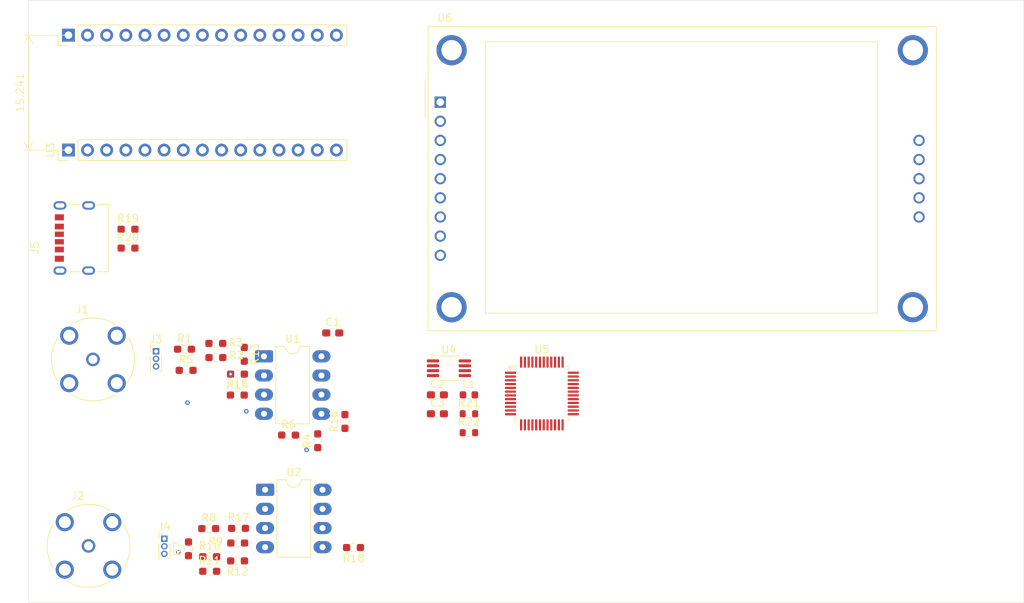
<source format=kicad_pcb>
(kicad_pcb (version 20241229) (generator "pcbnew") (generator_version "9.0")
  (layers (0 "F.Cu" signal) (2 "B.Cu" signal) (13 "F.Paste" user) (15 "B.Paste" user) (5 "F.SilkS" user "F.Silkscreen") (7 "B.SilkS" user "B.Silkscreen") (1 "F.Mask" user) (3 "B.Mask" user) (25 "Edge.Cuts" user))
  (net 0 "")
  (net 1 "3V3")
  (net 2 "/AnalogesFrontEnd/CoaxCH1")
  (net 3 "GND")
  (net 4 "/AnalogesFrontEnd/CoaxCH2")
  (net 5 "/AnalogesFrontEnd/Vin-1;1CH1")
  (net 6 "/AnalogesFrontEnd/Vin-10;10CH1")
  (net 7 "/AnalogesFrontEnd/Vin-36;36CH2")
  (net 8 "/AnalogesFrontEnd/Vin-10;10CH2")
  (net 9 "/powerSupplie/USB-cOut")
  (net 10 "Net-(R13-Pad1)")
  (net 11 "Net-(J5-CC1)")
  (net 12 "Net-(J5-CC2)")
  (net 13 "Net-(U1A-+)")
  (net 14 "Net-(U1B-+)")
  (net 15 "Net-(U2A-+)")
  (net 16 "/AnalogesFrontEnd/Vout-1;1CH1")
  (net 17 "Net-(U2B-+)")
  (net 18 "/AnalogesFrontEnd/Vout-10;10CH1")
  (net 19 "/AnalogesFrontEnd/Vout-36;36CH2")
  (net 20 "/AnalogesFrontEnd/Vout-10;10CH2")
  (net 21 "/AnalogesFrontEnd/ADC_CH1_1V")
  (net 22 "/AnalogesFrontEnd/ADC_CH1_10V")
  (net 23 "/AnalogesFrontEnd/ADC_CH2_10V")
  (net 24 "/AnalogesFrontEnd/ADC_CH2_36V")
  (net 25 "GNDD")
  (net 43 "Net-(U4-FB)")
  (net 44 "Net-(U4-SW)")
  (net 48 "Net-(U4-PG)")
  (net 52 "Net-(U5-AGND-Pad14)")
  (net 59 "Net-(U5-AVDD-Pad11)")
  (footprint "Display:CR2013-MI2120" (layer "F.Cu") (at 131.5125 35.06)
    (property "Reference" "U6" (at 0.59 -11.18 0) (layer "F.SilkS"))
    (property "Value" "CR2013-MI2120")
    (fp_line (start -2 -3) (end -2 2) (stroke (width 0.12)) (layer "F.SilkS"))
    (fp_line (start -1.62 -10.01) (end 65.82 -10.01) (stroke (width 0.12)) (layer "F.SilkS"))
    (fp_line (start -1.62 30.33) (end -1.62 -10.01) (stroke (width 0.12)) (layer "F.SilkS"))
    (fp_line (start 6 -8) (end 58 -8) (stroke (width 0.12)) (layer "F.SilkS"))
    (fp_line (start 6 28) (end 6 -8) (stroke (width 0.12)) (layer "F.SilkS"))
    (fp_line (start 58 -8) (end 58 28) (stroke (width 0.12)) (layer "F.SilkS"))
    (fp_line (start 58 28) (end 6 28) (stroke (width 0.12)) (layer "F.SilkS"))
    (fp_line (start 65.82 -10.01) (end 65.82 30.33) (stroke (width 0.12)) (layer "F.SilkS"))
    (fp_line (start 65.82 30.33) (end -1.62 30.33) (stroke (width 0.12)) (layer "F.SilkS"))
    (pad "" thru_hole circle (at 1.5 -6.89) (size 4 4) (drill 2.7) (layers "*.Cu" "*.Mask"))
    (pad "" thru_hole circle (at 1.5 27.21) (size 4 4) (drill 2.7) (layers "*.Cu" "*.Mask"))
    (pad "" thru_hole circle (at 62.7 -6.89) (size 4 4) (drill 2.7) (layers "*.Cu" "*.Mask"))
    (pad "" thru_hole circle (at 62.7 27.21) (size 4 4) (drill 2.7) (layers "*.Cu" "*.Mask"))
    (pad "1" thru_hole rect (at 0 0) (size 1.5 1.5) (drill 1) (layers "*.Cu" "*.Mask"))
    (pad "2" thru_hole circle (at 0 2.54) (size 1.5 1.5) (drill 1) (layers "*.Cu" "*.Mask"))
    (pad "3" thru_hole circle (at 0 5.08) (size 1.5 1.5) (drill 1) (layers "*.Cu" "*.Mask"))
    (pad "4" thru_hole circle (at 0 7.62) (size 1.5 1.5) (drill 1) (layers "*.Cu" "*.Mask"))
    (pad "5" thru_hole circle (at 0 10.16) (size 1.5 1.5) (drill 1) (layers "*.Cu" "*.Mask"))
    (pad "6" thru_hole circle (at 0 12.7) (size 1.5 1.5) (drill 1) (layers "*.Cu" "*.Mask"))
    (pad "7" thru_hole circle (at 0 15.24) (size 1.5 1.5) (drill 1) (layers "*.Cu" "*.Mask"))
    (pad "8" thru_hole circle (at 0 17.78) (size 1.5 1.5) (drill 1) (layers "*.Cu" "*.Mask"))
    (pad "9" thru_hole circle (at 0 20.32) (size 1.5 1.5) (drill 1) (layers "*.Cu" "*.Mask"))
    (pad "10" thru_hole circle (at 63.52 5.08) (size 1.5 1.5) (drill 1) (layers "*.Cu" "*.Mask"))
    (pad "11" thru_hole circle (at 63.52 7.62) (size 1.5 1.5) (drill 1) (layers "*.Cu" "*.Mask"))
    (pad "12" thru_hole circle (at 63.52 10.16) (size 1.5 1.5) (drill 1) (layers "*.Cu" "*.Mask"))
    (pad "13" thru_hole circle (at 63.52 12.7) (size 1.5 1.5) (drill 1) (layers "*.Cu" "*.Mask"))
    (pad "14" thru_hole circle (at 63.52 15.24) (size 1.5 1.5) (drill 1) (layers "*.Cu" "*.Mask"))
  )
  (footprint "Resistor_SMD:R_0603_1608Metric_Pad0.98x0.95mm_HandSolder" (layer "F.Cu") (at 100.79 91.64)
    (property "Reference" "R8" (at 0 -1.43 0) (layer "F.SilkS"))
    (property "Value" "910k")
    (fp_line (start -0.254724 -0.5225) (end 0.254724 -0.5225) (stroke (width 0.12)) (layer "F.SilkS"))
    (fp_line (start -0.254724 0.5225) (end 0.254724 0.5225) (stroke (width 0.12)) (layer "F.SilkS"))
    (pad "1" smd roundrect (at -0.9125 0) (size 0.975 0.95) (layers "F.Cu" "F.Mask" "F.Paste") (net 7 "/AnalogesFrontEnd/Vin-36;36CH2"))
    (pad "2" smd roundrect (at 0.9125 0) (size 0.975 0.95) (layers "F.Cu" "F.Mask" "F.Paste") (net 19 "/AnalogesFrontEnd/Vout-36;36CH2"))
  )
  (footprint "Resistor_SMD:R_0603_1608Metric_Pad0.98x0.95mm_HandSolder" (layer "F.Cu") (at 111.38 79.24)
    (property "Reference" "R6" (at 0 -1.43 0) (layer "F.SilkS"))
    (property "Value" "370k")
    (fp_line (start -0.254724 -0.5225) (end 0.254724 -0.5225) (stroke (width 0.12)) (layer "F.SilkS"))
    (fp_line (start -0.254724 0.5225) (end 0.254724 0.5225) (stroke (width 0.12)) (layer "F.SilkS"))
    (pad "1" smd roundrect (at -0.9125 0) (size 0.975 0.95) (layers "F.Cu" "F.Mask" "F.Paste") (net 3 "GND"))
    (pad "2" smd roundrect (at 0.9125 0) (size 0.975 0.95) (layers "F.Cu" "F.Mask" "F.Paste") (net 18 "/AnalogesFrontEnd/Vout-10;10CH1"))
  )
  (footprint "L432KC:LINX_CONBNC001" (layer "F.Cu") (at 84.84 93.94)
    (property "Reference" "J2" (at -1.425 -6.635 0) (layer "F.SilkS"))
    (property "Value" "Conn_Coaxial")
    (fp_arc (start -5.5 0) (mid -5.295033 -1.503176) (end -4.68 -2.89) (stroke (width 0.127)) (layer "F.SilkS"))
    (fp_arc (start -4.68 2.89) (mid -5.291129 1.502068) (end -5.5 0) (stroke (width 0.127)) (layer "F.SilkS"))
    (fp_arc (start -2.89 -4.68) (mid -1.502068 -5.291129) (end 0 -5.5) (stroke (width 0.127)) (layer "F.SilkS"))
    (fp_arc (start 0 -5.5) (mid 1.503176 -5.295033) (end 2.89 -4.68) (stroke (width 0.127)) (layer "F.SilkS"))
    (fp_arc (start 0 5.5) (mid -1.503176 5.295033) (end -2.89 4.68) (stroke (width 0.127)) (layer "F.SilkS"))
    (fp_arc (start 2.89 4.68) (mid 1.502068 5.291129) (end 0 5.5) (stroke (width 0.127)) (layer "F.SilkS"))
    (fp_arc (start 4.68 -2.89) (mid 5.291129 -1.502068) (end 5.5 0) (stroke (width 0.127)) (layer "F.SilkS"))
    (fp_arc (start 5.5 0) (mid 5.295033 1.503176) (end 4.68 2.89) (stroke (width 0.127)) (layer "F.SilkS"))
    (pad "1" thru_hole circle (at 0 0) (size 1.8 1.8) (drill 1.2) (layers "*.Cu" "*.Mask") (net 4 "/AnalogesFrontEnd/CoaxCH2"))
    (pad "2" thru_hole circle (at -3.15 -3.15) (size 2.4 2.4) (drill 1.6) (layers "*.Cu" "*.Mask") (net 3 "GND"))
    (pad "2" thru_hole circle (at -3.15 3.15) (size 2.4 2.4) (drill 1.6) (layers "*.Cu" "*.Mask") (net 3 "GND"))
    (pad "2" thru_hole circle (at 3.15 -3.15) (size 2.4 2.4) (drill 1.6) (layers "*.Cu" "*.Mask") (net 3 "GND"))
    (pad "2" thru_hole circle (at 3.15 3.15) (size 2.4 2.4) (drill 1.6) (layers "*.Cu" "*.Mask") (net 3 "GND"))
  )
  (footprint "Capacitor_SMD:C_0603_1608Metric_Pad1.08x0.95mm_HandSolder" (layer "F.Cu") (at 131.1275 76.41)
    (property "Reference" "C3" (at 0 -1.43 0) (layer "F.SilkS"))
    (property "Value" "22u")
    (fp_line (start -0.146267 -0.51) (end 0.146267 -0.51) (stroke (width 0.12)) (layer "F.SilkS"))
    (fp_line (start -0.146267 0.51) (end 0.146267 0.51) (stroke (width 0.12)) (layer "F.SilkS"))
    (pad "1" smd roundrect (at -0.8625 0) (size 1.075 0.95) (layers "F.Cu" "F.Mask" "F.Paste") (net 1 "3V3"))
    (pad "2" smd roundrect (at 0.8625 0) (size 1.075 0.95) (layers "F.Cu" "F.Mask" "F.Paste") (net 43 "Net-(U4-FB)"))
  )
  (footprint "Capacitor_SMD:C_0603_1608Metric_Pad1.08x0.95mm_HandSolder" (layer "F.Cu") (at 131.1275 73.9)
    (property "Reference" "C2" (at 0 -1.43 0) (layer "F.SilkS"))
    (property "Value" "10u")
    (fp_line (start -0.146267 -0.51) (end 0.146267 -0.51) (stroke (width 0.12)) (layer "F.SilkS"))
    (fp_line (start -0.146267 0.51) (end 0.146267 0.51) (stroke (width 0.12)) (layer "F.SilkS"))
    (pad "1" smd roundrect (at -0.8625 0) (size 1.075 0.95) (layers "F.Cu" "F.Mask" "F.Paste") (net 9 "/powerSupplie/USB-cOut"))
    (pad "2" smd roundrect (at 0.8625 0) (size 1.075 0.95) (layers "F.Cu" "F.Mask" "F.Paste") (net 3 "GND"))
  )
  (footprint "Resistor_SMD:R_0603_1608Metric_Pad0.98x0.95mm_HandSolder" (layer "F.Cu") (at 120 94.16 180)
    (property "Reference" "R18" (at 0 -1.43 0) (layer "F.SilkS"))
    (property "Value" "100")
    (fp_line (start -0.254724 0.5225) (end 0.254724 0.5225) (stroke (width 0.12)) (layer "F.SilkS"))
    (fp_line (start -0.254724 -0.5225) (end 0.254724 -0.5225) (stroke (width 0.12)) (layer "F.SilkS"))
    (pad "1" smd roundrect (at -0.9125 0 180) (size 0.975 0.95) (layers "F.Cu" "F.Mask" "F.Paste") (net 20 "/AnalogesFrontEnd/Vout-10;10CH2"))
    (pad "2" smd roundrect (at 0.9125 0 180) (size 0.975 0.95) (layers "F.Cu" "F.Mask" "F.Paste") (net 17 "Net-(U2B-+)"))
  )
  (footprint "Connector_PinHeader_1.00mm:PinHeader_1x03_P1.00mm_Vertical" (layer "F.Cu") (at 93.795 68.125)
    (property "Reference" "J3" (at 0 -1.61 0) (layer "F.SilkS"))
    (property "Value" "Conn_01x03_Pin")
    (fp_line (start -0.745 -0.735) (end 0 -0.735) (stroke (width 0.12)) (layer "F.SilkS"))
    (fp_line (start -0.745 0) (end -0.745 -0.735) (stroke (width 0.12)) (layer "F.SilkS"))
    (fp_line (start -0.745 0.735) (end -0.745 2.61) (stroke (width 0.12)) (layer "F.SilkS"))
    (fp_line (start -0.745 0.735) (end -0.685565 0.735) (stroke (width 0.12)) (layer "F.SilkS"))
    (fp_line (start -0.745 2.61) (end -0.41003 2.61) (stroke (width 0.12)) (layer "F.SilkS"))
    (fp_line (start 0.41003 2.61) (end 0.745 2.61) (stroke (width 0.12)) (layer "F.SilkS"))
    (fp_line (start 0.685565 0.735) (end 0.745 0.735) (stroke (width 0.12)) (layer "F.SilkS"))
    (fp_line (start 0.745 0.735) (end 0.745 2.61) (stroke (width 0.12)) (layer "F.SilkS"))
    (pad "1" thru_hole rect (at 0 0) (size 0.85 0.85) (drill 0.5) (layers "*.Cu" "*.Mask") (net 5 "/AnalogesFrontEnd/Vin-1;1CH1"))
    (pad "2" thru_hole circle (at 0 1) (size 0.85 0.85) (drill 0.5) (layers "*.Cu" "*.Mask") (net 2 "/AnalogesFrontEnd/CoaxCH1"))
    (pad "3" thru_hole circle (at 0 2) (size 0.85 0.85) (drill 0.5) (layers "*.Cu" "*.Mask") (net 6 "/AnalogesFrontEnd/Vin-10;10CH1"))
  )
  (footprint "Resistor_SMD:R_0603_1608Metric" (layer "F.Cu") (at 135.3075 78.92)
    (property "Reference" "R22" (at 0 -1.43 0) (layer "F.SilkS"))
    (property "Value" "100k")
    (fp_line (start -0.237258 -0.5225) (end 0.237258 -0.5225) (stroke (width 0.12)) (layer "F.SilkS"))
    (fp_line (start -0.237258 0.5225) (end 0.237258 0.5225) (stroke (width 0.12)) (layer "F.SilkS"))
    (pad "1" smd roundrect (at -0.825 0) (size 0.8 0.95) (layers "F.Cu" "F.Mask" "F.Paste") (net 43 "Net-(U4-FB)"))
    (pad "2" smd roundrect (at 0.825 0) (size 0.8 0.95) (layers "F.Cu" "F.Mask" "F.Paste") (net 3 "GND"))
  )
  (footprint "Inductor_SMD:L_0603_1608Metric" (layer "F.Cu") (at 135.3075 73.9)
    (property "Reference" "L1" (at 0 -1.43 0) (layer "F.SilkS"))
    (property "Value" "2.2u")
    (fp_line (start -0.162779 -0.51) (end 0.162779 -0.51) (stroke (width 0.12)) (layer "F.SilkS"))
    (fp_line (start -0.162779 0.51) (end 0.162779 0.51) (stroke (width 0.12)) (layer "F.SilkS"))
    (pad "1" smd roundrect (at -0.7875 0) (size 0.875 0.95) (layers "F.Cu" "F.Mask" "F.Paste") (net 44 "Net-(U4-SW)"))
    (pad "2" smd roundrect (at 0.7875 0) (size 0.875 0.95) (layers "F.Cu" "F.Mask" "F.Paste") (net 1 "3V3"))
  )
  (footprint "Resistor_SMD:R_0603_1608Metric_Pad0.98x0.95mm_HandSolder" (layer "F.Cu") (at 97.57 67.84)
    (property "Reference" "R1" (at 0 -1.43 0) (layer "F.SilkS"))
    (property "Value" "220k")
    (fp_line (start -0.254724 -0.5225) (end 0.254724 -0.5225) (stroke (width 0.12)) (layer "F.SilkS"))
    (fp_line (start -0.254724 0.5225) (end 0.254724 0.5225) (stroke (width 0.12)) (layer "F.SilkS"))
    (pad "1" smd roundrect (at -0.9125 0) (size 0.975 0.95) (layers "F.Cu" "F.Mask" "F.Paste") (net 6 "/AnalogesFrontEnd/Vin-10;10CH1"))
    (pad "2" smd roundrect (at 0.9125 0) (size 0.975 0.95) (layers "F.Cu" "F.Mask" "F.Paste") (net 16 "/AnalogesFrontEnd/Vout-1;1CH1"))
  )
  (footprint "Resistor_SMD:R_0603_1608Metric_Pad0.98x0.95mm_HandSolder" (layer "F.Cu") (at 104.74 91.61)
    (property "Reference" "R17" (at 0 -1.43 0) (layer "F.SilkS"))
    (property "Value" "100")
    (fp_line (start -0.254724 -0.5225) (end 0.254724 -0.5225) (stroke (width 0.12)) (layer "F.SilkS"))
    (fp_line (start -0.254724 0.5225) (end 0.254724 0.5225) (stroke (width 0.12)) (layer "F.SilkS"))
    (pad "1" smd roundrect (at -0.9125 0) (size 0.975 0.95) (layers "F.Cu" "F.Mask" "F.Paste") (net 19 "/AnalogesFrontEnd/Vout-36;36CH2"))
    (pad "2" smd roundrect (at 0.9125 0) (size 0.975 0.95) (layers "F.Cu" "F.Mask" "F.Paste") (net 15 "Net-(U2A-+)"))
  )
  (footprint "Resistor_SMD:R_0603_1608Metric_Pad0.98x0.95mm_HandSolder" (layer "F.Cu") (at 90.0805 54.4305)
    (property "Reference" "R20" (at 0 -1.43 0) (layer "F.SilkS"))
    (property "Value" "5k2")
    (fp_line (start -0.254724 -0.5225) (end 0.254724 -0.5225) (stroke (width 0.12)) (layer "F.SilkS"))
    (fp_line (start -0.254724 0.5225) (end 0.254724 0.5225) (stroke (width 0.12)) (layer "F.SilkS"))
    (pad "1" smd roundrect (at -0.9125 0) (size 0.975 0.95) (layers "F.Cu" "F.Mask" "F.Paste") (net 12 "Net-(J5-CC2)"))
    (pad "2" smd roundrect (at 0.9125 0) (size 0.975 0.95) (layers "F.Cu" "F.Mask" "F.Paste") (net 3 "GND"))
  )
  (footprint "Package_SO:MSOP-8_3x3mm_P0.65mm" (layer "F.Cu") (at 132.6575 70.37)
    (property "Reference" "U4" (at 0 -2.45 0) (layer "F.SilkS"))
    (property "Value" "TPS62160DGK")
    (fp_line (start 0 -1.61) (end -1.5 -1.61) (stroke (width 0.12)) (layer "F.SilkS"))
    (fp_line (start 0 -1.61) (end 1.5 -1.61) (stroke (width 0.12)) (layer "F.SilkS"))
    (fp_line (start 0 1.61) (end -1.5 1.61) (stroke (width 0.12)) (layer "F.SilkS"))
    (fp_line (start 0 1.61) (end 1.5 1.61) (stroke (width 0.12)) (layer "F.SilkS"))
    (fp_poly (pts (xy -2.2125 -1.435) (xy -2.4525 -1.765) (xy -1.9725 -1.765)) (stroke (width 0.12)) (fill yes) (layer "F.SilkS"))
    (pad "1" smd roundrect (at -2.1125 -0.975) (size 1.625 0.4) (layers "F.Cu" "F.Mask" "F.Paste") (net 3 "GND"))
    (pad "2" smd roundrect (at -2.1125 -0.325) (size 1.625 0.4) (layers "F.Cu" "F.Mask" "F.Paste") (net 9 "/powerSupplie/USB-cOut"))
    (pad "3" smd roundrect (at -2.1125 0.325) (size 1.625 0.4) (layers "F.Cu" "F.Mask" "F.Paste") (net 9 "/powerSupplie/USB-cOut"))
    (pad "4" smd roundrect (at -2.1125 0.975) (size 1.625 0.4) (layers "F.Cu" "F.Mask" "F.Paste") (net 3 "GND"))
    (pad "5" smd roundrect (at 2.1125 0.975) (size 1.625 0.4) (layers "F.Cu" "F.Mask" "F.Paste") (net 43 "Net-(U4-FB)"))
    (pad "6" smd roundrect (at 2.1125 0.325) (size 1.625 0.4) (layers "F.Cu" "F.Mask" "F.Paste") (net 1 "3V3"))
    (pad "7" smd roundrect (at 2.1125 -0.325) (size 1.625 0.4) (layers "F.Cu" "F.Mask" "F.Paste") (net 44 "Net-(U4-SW)"))
    (pad "8" smd roundrect (at 2.1125 -0.975) (size 1.625 0.4) (layers "F.Cu" "F.Mask" "F.Paste") (net 48 "Net-(U4-PG)"))
  )
  (footprint "Capacitor_SMD:C_0603_1608Metric_Pad1.08x0.95mm_HandSolder" (layer "F.Cu") (at 117.24 65.68)
    (property "Reference" "C1" (at 0 -1.43 0) (layer "F.SilkS"))
    (property "Value" "12pF")
    (fp_line (start -0.146267 -0.51) (end 0.146267 -0.51) (stroke (width 0.12)) (layer "F.SilkS"))
    (fp_line (start -0.146267 0.51) (end 0.146267 0.51) (stroke (width 0.12)) (layer "F.SilkS"))
    (pad "1" smd roundrect (at -0.8625 0) (size 1.075 0.95) (layers "F.Cu" "F.Mask" "F.Paste") (net 1 "3V3"))
    (pad "2" smd roundrect (at 0.8625 0) (size 1.075 0.95) (layers "F.Cu" "F.Mask" "F.Paste") (net 3 "GND"))
  )
  (footprint "Resistor_SMD:R_0603_1608Metric_Pad0.98x0.95mm_HandSolder" (layer "F.Cu") (at 104.63 93.56 180)
    (property "Reference" "R9" (at 2.93 0.2 0) (layer "F.SilkS"))
    (property "Value" "91k")
    (fp_line (start -0.254724 0.5225) (end 0.254724 0.5225) (stroke (width 0.12)) (layer "F.SilkS"))
    (fp_line (start -0.254724 -0.5225) (end 0.254724 -0.5225) (stroke (width 0.12)) (layer "F.SilkS"))
    (pad "1" smd roundrect (at -0.9125 0 180) (size 0.975 0.95) (layers "F.Cu" "F.Mask" "F.Paste") (net 3 "GND"))
    (pad "2" smd roundrect (at 0.9125 0 180) (size 0.975 0.95) (layers "F.Cu" "F.Mask" "F.Paste") (net 19 "/AnalogesFrontEnd/Vout-36;36CH2"))
  )
  (footprint "L432KC:SAMESKY_UJC-H-G-SMT-2-P6-TR" (layer "F.Cu") (at 84.8505 53.0905 90)
    (property "Reference" "J5" (at -1.325 -7.135 90) (layer "F.SilkS"))
    (property "Value" "USB_C_Receptacle_PowerOnly_6P")
    (fp_line (start 4.47 -2.63) (end 4.47 -1.17) (stroke (width 0.127)) (layer "F.SilkS"))
    (fp_line (start -4.47 -2.63) (end -4.47 -1.17) (stroke (width 0.127)) (layer "F.SilkS"))
    (fp_line (start -4.47 1.17) (end -4.47 2.6) (stroke (width 0.127)) (layer "F.SilkS"))
    (fp_line (start 4.47 2.6) (end 4.47 1.17) (stroke (width 0.127)) (layer "F.SilkS"))
    (fp_line (start -4.47 2.6) (end 4.47 2.6) (stroke (width 0.127)) (layer "F.SilkS"))
    (pad "A5" smd rect (at -0.5 -3.88 90) (size 0.7 1.2) (layers "F.Cu" "F.Mask" "F.Paste") (net 11 "Net-(J5-CC1)"))
    (pad "A9" smd rect (at 1.52 -3.88 90) (size 0.76 1.2) (layers "F.Cu" "F.Mask" "F.Paste") (net 9 "/powerSupplie/USB-cOut"))
    (pad "A12" smd rect (at 2.75 -3.88 90) (size 0.8 1.2) (layers "F.Cu" "F.Mask" "F.Paste") (net 3 "GND"))
    (pad "B5" smd rect (at 0.5 -3.88 90) (size 0.7 1.2) (layers "F.Cu" "F.Mask" "F.Paste") (net 12 "Net-(J5-CC2)"))
    (pad "B9" smd rect (at -1.52 -3.88 90) (size 0.76 1.2) (layers "F.Cu" "F.Mask" "F.Paste") (net 9 "/powerSupplie/USB-cOut"))
    (pad "B12" smd rect (at -2.75 -3.88 90) (size 0.8 1.2) (layers "F.Cu" "F.Mask" "F.Paste") (net 3 "GND"))
    (pad "S1" thru_hole oval (at -4.32 -3.8 90) (size 1.1 1.7) (drill oval 0.6 1.2) (layers "*.Cu" "*.Mask") (net 3 "GND"))
    (pad "S1" thru_hole oval (at -4.32 0 90) (size 1.1 1.7) (drill oval 0.6 1.2) (layers "*.Cu" "*.Mask") (net 3 "GND"))
    (pad "S1" thru_hole oval (at 4.32 -3.8 90) (size 1.1 1.7) (drill oval 0.6 1.2) (layers "*.Cu" "*.Mask") (net 3 "GND"))
    (pad "S1" thru_hole oval (at 4.32 0 90) (size 1.1 1.7) (drill oval 0.6 1.2) (layers "*.Cu" "*.Mask") (net 3 "GND"))
  )
  (footprint "Package_DIP:DIP-8_W7.62mm_LongPads" (layer "F.Cu") (at 108.27 86.49)
    (property "Reference" "U2" (at 3.81 -2.33 0) (layer "F.SilkS"))
    (property "Value" "MCP6002-xP")
    (fp_line (start 1.56 -1.33) (end 1.56 8.95) (stroke (width 0.12)) (layer "F.SilkS"))
    (fp_line (start 1.56 8.95) (end 6.06 8.95) (stroke (width 0.12)) (layer "F.SilkS"))
    (fp_line (start 2.81 -1.33) (end 1.56 -1.33) (stroke (width 0.12)) (layer "F.SilkS"))
    (fp_line (start 6.06 -1.33) (end 4.81 -1.33) (stroke (width 0.12)) (layer "F.SilkS"))
    (fp_line (start 6.06 8.95) (end 6.06 -1.33) (stroke (width 0.12)) (layer "F.SilkS"))
    (fp_arc (start 4.81 -1.33) (mid 3.81 -0.33) (end 2.81 -1.33) (stroke (width 0.12)) (layer "F.SilkS"))
    (pad "1" thru_hole roundrect (at 0 0) (size 2.4 1.6) (drill 0.8) (layers "*.Cu" "*.Mask") (roundrect_rratio 0.15625) (net 24 "/AnalogesFrontEnd/ADC_CH2_36V"))
    (pad "2" thru_hole oval (at 0 2.54) (size 2.4 1.6) (drill 0.8) (layers "*.Cu" "*.Mask") (net 24 "/AnalogesFrontEnd/ADC_CH2_36V"))
    (pad "3" thru_hole oval (at 0 5.08) (size 2.4 1.6) (drill 0.8) (layers "*.Cu" "*.Mask") (net 15 "Net-(U2A-+)"))
    (pad "4" thru_hole oval (at 0 7.62) (size 2.4 1.6) (drill 0.8) (layers "*.Cu" "*.Mask") (net 3 "GND"))
    (pad "5" thru_hole oval (at 7.62 7.62) (size 2.4 1.6) (drill 0.8) (layers "*.Cu" "*.Mask") (net 17 "Net-(U2B-+)"))
    (pad "6" thru_hole oval (at 7.62 5.08) (size 2.4 1.6) (drill 0.8) (layers "*.Cu" "*.Mask") (net 23 "/AnalogesFrontEnd/ADC_CH2_10V"))
    (pad "7" thru_hole oval (at 7.62 2.54) (size 2.4 1.6) (drill 0.8) (layers "*.Cu" "*.Mask") (net 23 "/AnalogesFrontEnd/ADC_CH2_10V"))
    (pad "8" thru_hole oval (at 7.62 0) (size 2.4 1.6) (drill 0.8) (layers "*.Cu" "*.Mask") (net 1 "3V3"))
  )
  (footprint "Resistor_SMD:R_0603_1608Metric_Pad0.98x0.95mm_HandSolder" (layer "F.Cu") (at 100.9125 97.31)
    (property "Reference" "R11" (at 0 -1.43 0) (layer "F.SilkS"))
    (property "Value" "750k")
    (fp_line (start -0.254724 -0.5225) (end 0.254724 -0.5225) (stroke (width 0.12)) (layer "F.SilkS"))
    (fp_line (start -0.254724 0.5225) (end 0.254724 0.5225) (stroke (width 0.12)) (layer "F.SilkS"))
    (pad "1" smd roundrect (at -0.9125 0) (size 0.975 0.95) (layers "F.Cu" "F.Mask" "F.Paste") (net 8 "/AnalogesFrontEnd/Vin-10;10CH2"))
    (pad "2" smd roundrect (at 0.9125 0) (size 0.975 0.95) (layers "F.Cu" "F.Mask" "F.Paste") (net 20 "/AnalogesFrontEnd/Vout-10;10CH2"))
  )
  (footprint "Resistor_SMD:R_0603_1608Metric_Pad0.98x0.95mm_HandSolder" (layer "F.Cu") (at 105.51 68.52 -90)
    (property "Reference" "R13" (at 0 -1.43 90) (layer "F.SilkS"))
    (property "Value" "200k")
    (fp_line (start -0.254724 0.5225) (end 0.254724 0.5225) (stroke (width 0.12)) (layer "F.SilkS"))
    (fp_line (start -0.254724 -0.5225) (end 0.254724 -0.5225) (stroke (width 0.12)) (layer "F.SilkS"))
    (pad "1" smd roundrect (at -0.9125 0 270) (size 0.975 0.95) (layers "F.Cu" "F.Mask" "F.Paste") (net 10 "Net-(R13-Pad1)"))
    (pad "2" smd roundrect (at 0.9125 0 270) (size 0.975 0.95) (layers "F.Cu" "F.Mask" "F.Paste") (net 21 "/AnalogesFrontEnd/ADC_CH1_1V"))
  )
  (footprint "Resistor_SMD:R_0603_1608Metric_Pad0.98x0.95mm_HandSolder" (layer "F.Cu") (at 104.6 71.15 180)
    (property "Reference" "R14" (at 0 -1.43 0) (layer "F.SilkS"))
    (property "Value" "100k")
    (fp_line (start -0.254724 0.5225) (end 0.254724 0.5225) (stroke (width 0.12)) (layer "F.SilkS"))
    (fp_line (start -0.254724 -0.5225) (end 0.254724 -0.5225) (stroke (width 0.12)) (layer "F.SilkS"))
    (pad "1" smd roundrect (at -0.9125 0 180) (size 0.975 0.95) (layers "F.Cu" "F.Mask" "F.Paste") (net 21 "/AnalogesFrontEnd/ADC_CH1_1V"))
    (pad "2" smd roundrect (at 0.9125 0 180) (size 0.975 0.95) (layers "F.Cu" "F.Mask" "F.Paste") (net 3 "GND"))
  )
  (footprint "Resistor_SMD:R_0603_1608Metric_Pad0.98x0.95mm_HandSolder" (layer "F.Cu") (at 97.79 70.65)
    (property "Reference" "R5" (at 0 -1.43 0) (layer "F.SilkS"))
    (property "Value" "750k")
    (fp_line (start -0.254724 -0.5225) (end 0.254724 -0.5225) (stroke (width 0.12)) (layer "F.SilkS"))
    (fp_line (start -0.254724 0.5225) (end 0.254724 0.5225) (stroke (width 0.12)) (layer "F.SilkS"))
    (pad "1" smd roundrect (at -0.9125 0) (size 0.975 0.95) (layers "F.Cu" "F.Mask" "F.Paste") (net 6 "/AnalogesFrontEnd/Vin-10;10CH1"))
    (pad "2" smd roundrect (at 0.9125 0) (size 0.975 0.95) (layers "F.Cu" "F.Mask" "F.Paste") (net 18 "/AnalogesFrontEnd/Vout-10;10CH1"))
  )
  (footprint "Connector_PinHeader_1.00mm:PinHeader_1x03_P1.00mm_Vertical" (layer "F.Cu") (at 94.9 92.99)
    (property "Reference" "J4" (at 0 -1.61 0) (layer "F.SilkS"))
    (property "Value" "Conn_01x03_Pin")
    (fp_line (start -0.745 -0.735) (end 0 -0.735) (stroke (width 0.12)) (layer "F.SilkS"))
    (fp_line (start -0.745 0) (end -0.745 -0.735) (stroke (width 0.12)) (layer "F.SilkS"))
    (fp_line (start -0.745 0.735) (end -0.745 2.61) (stroke (width 0.12)) (layer "F.SilkS"))
    (fp_line (start -0.745 0.735) (end -0.685565 0.735) (stroke (width 0.12)) (layer "F.SilkS"))
    (fp_line (start -0.745 2.61) (end -0.41003 2.61) (stroke (width 0.12)) (layer "F.SilkS"))
    (fp_line (start 0.41003 2.61) (end 0.745 2.61) (stroke (width 0.12)) (layer "F.SilkS"))
    (fp_line (start 0.685565 0.735) (end 0.745 0.735) (stroke (width 0.12)) (layer "F.SilkS"))
    (fp_line (start 0.745 0.735) (end 0.745 2.61) (stroke (width 0.12)) (layer "F.SilkS"))
    (pad "1" thru_hole rect (at 0 0) (size 0.85 0.85) (drill 0.5) (layers "*.Cu" "*.Mask") (net 7 "/AnalogesFrontEnd/Vin-36;36CH2"))
    (pad "2" thru_hole circle (at 0 1) (size 0.85 0.85) (drill 0.5) (layers "*.Cu" "*.Mask") (net 4 "/AnalogesFrontEnd/CoaxCH2"))
    (pad "3" thru_hole circle (at 0 2) (size 0.85 0.85) (drill 0.5) (layers "*.Cu" "*.Mask") (net 8 "/AnalogesFrontEnd/Vin-10;10CH2"))
  )
  (footprint "Resistor_SMD:R_0603_1608Metric" (layer "F.Cu") (at 135.3075 76.41)
    (property "Reference" "R21" (at 0 -1.43 0) (layer "F.SilkS"))
    (property "Value" "330k")
    (fp_line (start -0.237258 -0.5225) (end 0.237258 -0.5225) (stroke (width 0.12)) (layer "F.SilkS"))
    (fp_line (start -0.237258 0.5225) (end 0.237258 0.5225) (stroke (width 0.12)) (layer "F.SilkS"))
    (pad "1" smd roundrect (at -0.825 0) (size 0.8 0.95) (layers "F.Cu" "F.Mask" "F.Paste") (net 1 "3V3"))
    (pad "2" smd roundrect (at 0.825 0) (size 0.8 0.95) (layers "F.Cu" "F.Mask" "F.Paste") (net 48 "Net-(U4-PG)"))
  )
  (footprint "Resistor_SMD:R_0603_1608Metric_Pad0.98x0.95mm_HandSolder" (layer "F.Cu") (at 101.73 67.07 180)
    (property "Reference" "R3" (at -2.67 0.08 0) (layer "F.SilkS"))
    (property "Value" "750k")
    (fp_line (start -0.254724 0.5225) (end 0.254724 0.5225) (stroke (width 0.12)) (layer "F.SilkS"))
    (fp_line (start -0.254724 -0.5225) (end 0.254724 -0.5225) (stroke (width 0.12)) (layer "F.SilkS"))
    (pad "1" smd roundrect (at -0.9125 0 180) (size 0.975 0.95) (layers "F.Cu" "F.Mask" "F.Paste") (net 1 "3V3"))
    (pad "2" smd roundrect (at 0.9125 0 180) (size 0.975 0.95) (layers "F.Cu" "F.Mask" "F.Paste") (net 16 "/AnalogesFrontEnd/Vout-1;1CH1"))
  )
  (footprint "Resistor_SMD:R_0603_1608Metric_Pad0.98x0.95mm_HandSolder" (layer "F.Cu") (at 118.86 77.43 90)
    (property "Reference" "R16" (at 0 -1.43 90) (layer "F.SilkS"))
    (property "Value" "100")
    (fp_line (start -0.254724 -0.5225) (end 0.254724 -0.5225) (stroke (width 0.12)) (layer "F.SilkS"))
    (fp_line (start -0.254724 0.5225) (end 0.254724 0.5225) (stroke (width 0.12)) (layer "F.SilkS"))
    (pad "1" smd roundrect (at -0.9125 0 90) (size 0.975 0.95) (layers "F.Cu" "F.Mask" "F.Paste") (net 18 "/AnalogesFrontEnd/Vout-10;10CH1"))
    (pad "2" smd roundrect (at 0.9125 0 90) (size 0.975 0.95) (layers "F.Cu" "F.Mask" "F.Paste") (net 14 "Net-(U1B-+)"))
  )
  (footprint "Resistor_SMD:R_0603_1608Metric_Pad0.98x0.95mm_HandSolder" (layer "F.Cu") (at 98.1 94.33 90)
    (property "Reference" "R7" (at 0 -1.43 90) (layer "F.SilkS"))
    (property "Value" "82k")
    (fp_line (start -0.254724 -0.5225) (end 0.254724 -0.5225) (stroke (width 0.12)) (layer "F.SilkS"))
    (fp_line (start -0.254724 0.5225) (end 0.254724 0.5225) (stroke (width 0.12)) (layer "F.SilkS"))
    (pad "1" smd roundrect (at -0.9125 0 90) (size 0.975 0.95) (layers "F.Cu" "F.Mask" "F.Paste") (net 1 "3V3"))
    (pad "2" smd roundrect (at 0.9125 0 90) (size 0.975 0.95) (layers "F.Cu" "F.Mask" "F.Paste") (net 19 "/AnalogesFrontEnd/Vout-36;36CH2"))
  )
  (footprint "Resistor_SMD:R_0603_1608Metric_Pad0.98x0.95mm_HandSolder" (layer "F.Cu") (at 104.5825 73.93)
    (property "Reference" "R15" (at 0 -1.43 0) (layer "F.SilkS"))
    (property "Value" "100")
    (fp_line (start -0.254724 -0.5225) (end 0.254724 -0.5225) (stroke (width 0.12)) (layer "F.SilkS"))
    (fp_line (start -0.254724 0.5225) (end 0.254724 0.5225) (stroke (width 0.12)) (layer "F.SilkS"))
    (pad "1" smd roundrect (at -0.9125 0) (size 0.975 0.95) (layers "F.Cu" "F.Mask" "F.Paste") (net 16 "/AnalogesFrontEnd/Vout-1;1CH1"))
    (pad "2" smd roundrect (at 0.9125 0) (size 0.975 0.95) (layers "F.Cu" "F.Mask" "F.Paste") (net 13 "Net-(U1A-+)"))
  )
  (footprint "My_Connectors:NUCLEO-L432KC_Module" (layer "F.Cu") (at 82.171 41.421 90)
    (property "Reference" "U3" (at 0 -2.38 90) (layer "F.SilkS"))
    (property "Value" "NUCLEO-L432KC")
    (fp_line (start 13.861 -1.381) (end 15.241 -1.381) (stroke (width 0.12)) (layer "F.SilkS"))
    (fp_line (start -1.38 -1.38) (end 0 -1.38) (stroke (width 0.12)) (layer "F.SilkS"))
    (fp_line (start 13.861 -0.001) (end 13.861 -1.381) (stroke (width 0.12)) (layer "F.SilkS"))
    (fp_line (start -1.38 0) (end -1.38 -1.38) (stroke (width 0.12)) (layer "F.SilkS"))
    (fp_line (start 16.621 1.269) (end 16.621 36.939) (stroke (width 0.12)) (layer "F.SilkS"))
    (fp_line (start 13.861 1.269) (end 16.621 1.269) (stroke (width 0.12)) (layer "F.SilkS"))
    (fp_line (start 13.861 1.269) (end 13.861 36.939) (stroke (width 0.12)) (layer "F.SilkS"))
    (fp_line (start 1.38 1.27) (end 1.38 36.94) (stroke (width 0.12)) (layer "F.SilkS"))
    (fp_line (start -1.38 1.27) (end 1.38 1.27) (stroke (width 0.12)) (layer "F.SilkS"))
    (fp_line (start -1.38 1.27) (end -1.38 36.94) (stroke (width 0.12)) (layer "F.SilkS"))
    (fp_line (start 13.861 36.939) (end 16.621 36.939) (stroke (width 0.12)) (layer "F.SilkS"))
    (fp_line (start -1.38 36.94) (end 1.38 36.94) (stroke (width 0.12)) (layer "F.SilkS"))
    (dimension (type orthogonal) (layer "F.SilkS") (pts (xy 82.171 41.421) (xy 82.17 26.18)) (height -5.308) (orientation 1) (format (prefix "") (suffix "") (units 3) (units_format 0) (precision 4) (suppress_zeroes yes)) (style (thickness 0.1) (arrow_length 1.27) (text_position_mode 0) (arrow_direction outward) (extension_height 0.58642) (extension_offset 0.5) (keep_text_aligned yes)) (gr_text "15,241" (at 75.763 33.8005 90) (layer "F.SilkS") (effects (font (size 1 1) (thickness 0.1)))))
    (pad "CN3_1" thru_hole rect (at 0 0 90) (size 1.7 1.7) (drill 1) (layers "*.Cu" "*.Mask" "Dwgs.User"))
    (pad "CN3_2" thru_hole circle (at 0 2.54 90) (size 1.7 1.7) (drill 1) (layers "*.Cu" "*.Mask"))
    (pad "CN3_3" thru_hole circle (at 0 5.08 90) (size 1.7 1.7) (drill 1) (layers "*.Cu" "*.Mask"))
    (pad "CN3_4" thru_hole circle (at 0 7.62 90) (size 1.7 1.7) (drill 1) (layers "*.Cu" "*.Mask") (net 25 "GNDD"))
    (pad "CN3_5" thru_hole circle (at 0 10.16 90) (size 1.7 1.7) (drill 1) (layers "*.Cu" "*.Mask"))
    (pad "CN3_6" thru_hole circle (at 0 12.7 90) (size 1.7 1.7) (drill 1) (layers "*.Cu" "*.Mask"))
    (pad "CN3_7" thru_hole circle (at 0 15.24 90) (size 1.7 1.7) (drill 1) (layers "*.Cu" "*.Mask"))
    (pad "CN3_8" thru_hole circle (at 0 17.78 90) (size 1.7 1.7) (drill 1) (layers "*.Cu" "*.Mask"))
    (pad "CN3_9" thru_hole circle (at 0 20.32 90) (size 1.7 1.7) (drill 1) (layers "*.Cu" "*.Mask"))
    (pad "CN3_10" thru_hole circle (at 0 22.86 90) (size 1.7 1.7) (drill 1) (layers "*.Cu" "*.Mask"))
    (pad "CN3_11" thru_hole circle (at 0 25.4 90) (size 1.7 1.7) (drill 1) (layers "*.Cu" "*.Mask"))
    (pad "CN3_12" thru_hole circle (at 0 27.94 90) (size 1.7 1.7) (drill 1) (layers "*.Cu" "*.Mask"))
    (pad "CN3_13" thru_hole circle (at 0 30.48 90) (size 1.7 1.7) (drill 1) (layers "*.Cu" "*.Mask"))
    (pad "CN3_14" thru_hole circle (at 0 33.02 90) (size 1.7 1.7) (drill 1) (layers "*.Cu" "*.Mask"))
    (pad "CN3_15" thru_hole circle (at 0 35.56 90) (size 1.7 1.7) (drill 1) (layers "*.Cu" "*.Mask"))
    (pad "CN4_1" thru_hole rect (at 15.241 -0.001 90) (size 1.7 1.7) (drill 1) (layers "*.Cu" "*.Mask"))
    (pad "CN4_2" thru_hole circle (at 15.241 2.539 90) (size 1.7 1.7) (drill 1) (layers "*.Cu" "*.Mask") (net 25 "GNDD"))
    (pad "CN4_3" thru_hole circle (at 15.241 5.079 90) (size 1.7 1.7) (drill 1) (layers "*.Cu" "*.Mask"))
    (pad "CN4_4" thru_hole circle (at 15.241 7.619 90) (size 1.7 1.7) (drill 1) (layers "*.Cu" "*.Mask"))
    (pad "CN4_5" thru_hole circle (at 15.241 10.159 90) (size 1.7 1.7) (drill 1) (layers "*.Cu" "*.Mask"))
    (pad "CN4_6" thru_hole circle (at 15.241 12.699 90) (size 1.7 1.7) (drill 1) (layers "*.Cu" "*.Mask"))
    (pad "CN4_7" thru_hole circle (at 15.241 15.239 90) (size 1.7 1.7) (drill 1) (layers "*.Cu" "*.Mask"))
    (pad "CN4_8" thru_hole circle (at 15.241 17.779 90) (size 1.7 1.7) (drill 1) (layers "*.Cu" "*.Mask"))
    (pad "CN4_9" thru_hole circle (at 15.241 20.319 90) (size 1.7 1.7) (drill 1) (layers "*.Cu" "*.Mask") (net 23 "/AnalogesFrontEnd/ADC_CH2_10V"))
    (pad "CN4_10" thru_hole circle (at 15.241 22.859 90) (size 1.7 1.7) (drill 1) (layers "*.Cu" "*.Mask") (net 24 "/AnalogesFrontEnd/ADC_CH2_36V"))
    (pad "CN4_11" thru_hole circle (at 15.241 25.399 90) (size 1.7 1.7) (drill 1) (layers "*.Cu" "*.Mask") (net 22 "/AnalogesFrontEnd/ADC_CH1_10V"))
    (pad "CN4_12" thru_hole circle (at 15.241 27.939 90) (size 1.7 1.7) (drill 1) (layers "*.Cu" "*.Mask") (net 21 "/AnalogesFrontEnd/ADC_CH1_1V"))
    (pad "CN4_13" thru_hole circle (at 15.241 30.479 90) (size 1.7 1.7) (drill 1) (layers "*.Cu" "*.Mask"))
    (pad "CN4_14" thru_hole circle (at 15.241 33.019 90) (size 1.7 1.7) (drill 1) (layers "*.Cu" "*.Mask") (net 1 "3V3"))
    (pad "CN4_15" thru_hole circle (at 15.241 35.559 90) (size 1.7 1.7) (drill 1) (layers "*.Cu" "*.Mask"))
  )
  (footprint "Package_DIP:DIP-8_W7.62mm_LongPads" (layer "F.Cu") (at 108.12 68.79)
    (property "Reference" "U1" (at 3.81 -2.33 0) (layer "F.SilkS"))
    (property "Value" "MCP6002-xP")
    (fp_line (start 1.56 -1.33) (end 1.56 8.95) (stroke (width 0.12)) (layer "F.SilkS"))
    (fp_line (start 1.56 8.95) (end 6.06 8.95) (stroke (width 0.12)) (layer "F.SilkS"))
    (fp_line (start 2.81 -1.33) (end 1.56 -1.33) (stroke (width 0.12)) (layer "F.SilkS"))
    (fp_line (start 6.06 -1.33) (end 4.81 -1.33) (stroke (width 0.12)) (layer "F.SilkS"))
    (fp_line (start 6.06 8.95) (end 6.06 -1.33) (stroke (width 0.12)) (layer "F.SilkS"))
    (fp_arc (start 4.81 -1.33) (mid 3.81 -0.33) (end 2.81 -1.33) (stroke (width 0.12)) (layer "F.SilkS"))
    (pad "1" thru_hole roundrect (at 0 0) (size 2.4 1.6) (drill 0.8) (layers "*.Cu" "*.Mask") (roundrect_rratio 0.15625) (net 10 "Net-(R13-Pad1)"))
    (pad "2" thru_hole oval (at 0 2.54) (size 2.4 1.6) (drill 0.8) (layers "*.Cu" "*.Mask") (net 21 "/AnalogesFrontEnd/ADC_CH1_1V"))
    (pad "3" thru_hole oval (at 0 5.08) (size 2.4 1.6) (drill 0.8) (layers "*.Cu" "*.Mask") (net 13 "Net-(U1A-+)"))
    (pad "4" thru_hole oval (at 0 7.62) (size 2.4 1.6) (drill 0.8) (layers "*.Cu" "*.Mask") (net 3 "GND"))
    (pad "5" thru_hole oval (at 7.62 7.62) (size 2.4 1.6) (drill 0.8) (layers "*.Cu" "*.Mask") (net 14 "Net-(U1B-+)"))
    (pad "6" thru_hole oval (at 7.62 5.08) (size 2.4 1.6) (drill 0.8) (layers "*.Cu" "*.Mask") (net 22 "/AnalogesFrontEnd/ADC_CH1_10V"))
    (pad "7" thru_hole oval (at 7.62 2.54) (size 2.4 1.6) (drill 0.8) (layers "*.Cu" "*.Mask") (net 22 "/AnalogesFrontEnd/ADC_CH1_10V"))
    (pad "8" thru_hole oval (at 7.62 0) (size 2.4 1.6) (drill 0.8) (layers "*.Cu" "*.Mask") (net 1 "3V3"))
  )
  (footprint "Package_QFP:LQFP-48_7x7mm_P0.5mm" (layer "F.Cu") (at 144.9875 73.72)
    (property "Reference" "U5" (at 0 -5.85 0) (layer "F.SilkS"))
    (property "Value" "W5500")
    (fp_line (start -3.61 -3.61) (end -3.61 -3.16) (stroke (width 0.12)) (layer "F.SilkS"))
    (fp_line (start -3.61 3.61) (end -3.61 3.16) (stroke (width 0.12)) (layer "F.SilkS"))
    (fp_line (start -3.16 -3.61) (end -3.61 -3.61) (stroke (width 0.12)) (layer "F.SilkS"))
    (fp_line (start -3.16 3.61) (end -3.61 3.61) (stroke (width 0.12)) (layer "F.SilkS"))
    (fp_line (start 3.16 -3.61) (end 3.61 -3.61) (stroke (width 0.12)) (layer "F.SilkS"))
    (fp_line (start 3.16 3.61) (end 3.61 3.61) (stroke (width 0.12)) (layer "F.SilkS"))
    (fp_line (start 3.61 -3.61) (end 3.61 -3.16) (stroke (width 0.12)) (layer "F.SilkS"))
    (fp_line (start 3.61 3.61) (end 3.61 3.16) (stroke (width 0.12)) (layer "F.SilkS"))
    (fp_poly (pts (xy -4.2 -3.16) (xy -4.54 -3.63) (xy -3.86 -3.63)) (stroke (width 0.12)) (fill yes) (layer "F.SilkS"))
    (pad "1" smd roundrect (at -4.1625 -2.75) (size 1.475 0.3) (layers "F.Cu" "F.Mask" "F.Paste"))
    (pad "2" smd roundrect (at -4.1625 -2.25) (size 1.475 0.3) (layers "F.Cu" "F.Mask" "F.Paste"))
    (pad "3" smd roundrect (at -4.1625 -1.75) (size 1.475 0.3) (layers "F.Cu" "F.Mask" "F.Paste") (net 52 "Net-(U5-AGND-Pad14)"))
    (pad "4" smd roundrect (at -4.1625 -1.25) (size 1.475 0.3) (layers "F.Cu" "F.Mask" "F.Paste") (net 59 "Net-(U5-AVDD-Pad11)"))
    (pad "5" smd roundrect (at -4.1625 -0.75) (size 1.475 0.3) (layers "F.Cu" "F.Mask" "F.Paste"))
    (pad "6" smd roundrect (at -4.1625 -0.25) (size 1.475 0.3) (layers "F.Cu" "F.Mask" "F.Paste"))
    (pad "7" smd roundrect (at -4.1625 0.25) (size 1.475 0.3) (layers "F.Cu" "F.Mask" "F.Paste"))
    (pad "8" smd roundrect (at -4.1625 0.75) (size 1.475 0.3) (layers "F.Cu" "F.Mask" "F.Paste") (net 59 "Net-(U5-AVDD-Pad11)"))
    (pad "9" smd roundrect (at -4.1625 1.25) (size 1.475 0.3) (layers "F.Cu" "F.Mask" "F.Paste") (net 52 "Net-(U5-AGND-Pad14)"))
    (pad "10" smd roundrect (at -4.1625 1.75) (size 1.475 0.3) (layers "F.Cu" "F.Mask" "F.Paste"))
    (pad "11" smd roundrect (at -4.1625 2.25) (size 1.475 0.3) (layers "F.Cu" "F.Mask" "F.Paste") (net 59 "Net-(U5-AVDD-Pad11)"))
    (pad "12" smd roundrect (at -4.1625 2.75) (size 1.475 0.3) (layers "F.Cu" "F.Mask" "F.Paste"))
    (pad "13" smd roundrect (at -2.75 4.1625) (size 0.3 1.475) (layers "F.Cu" "F.Mask" "F.Paste"))
    (pad "14" smd roundrect (at -2.25 4.1625) (size 0.3 1.475) (layers "F.Cu" "F.Mask" "F.Paste") (net 52 "Net-(U5-AGND-Pad14)"))
    (pad "15" smd roundrect (at -1.75 4.1625) (size 0.3 1.475) (layers "F.Cu" "F.Mask" "F.Paste") (net 59 "Net-(U5-AVDD-Pad11)"))
    (pad "16" smd roundrect (at -1.25 4.1625) (size 0.3 1.475) (layers "F.Cu" "F.Mask" "F.Paste") (net 52 "Net-(U5-AGND-Pad14)"))
    (pad "17" smd roundrect (at -0.75 4.1625) (size 0.3 1.475) (layers "F.Cu" "F.Mask" "F.Paste") (net 59 "Net-(U5-AVDD-Pad11)"))
    (pad "18" smd roundrect (at -0.25 4.1625) (size 0.3 1.475) (layers "F.Cu" "F.Mask" "F.Paste"))
    (pad "19" smd roundrect (at 0.25 4.1625) (size 0.3 1.475) (layers "F.Cu" "F.Mask" "F.Paste") (net 52 "Net-(U5-AGND-Pad14)"))
    (pad "20" smd roundrect (at 0.75 4.1625) (size 0.3 1.475) (layers "F.Cu" "F.Mask" "F.Paste"))
    (pad "21" smd roundrect (at 1.25 4.1625) (size 0.3 1.475) (layers "F.Cu" "F.Mask" "F.Paste") (net 59 "Net-(U5-AVDD-Pad11)"))
    (pad "22" smd roundrect (at 1.75 4.1625) (size 0.3 1.475) (layers "F.Cu" "F.Mask" "F.Paste"))
    (pad "23" smd roundrect (at 2.25 4.1625) (size 0.3 1.475) (layers "F.Cu" "F.Mask" "F.Paste"))
    (pad "24" smd roundrect (at 2.75 4.1625) (size 0.3 1.475) (layers "F.Cu" "F.Mask" "F.Paste"))
    (pad "25" smd roundrect (at 4.1625 2.75) (size 1.475 0.3) (layers "F.Cu" "F.Mask" "F.Paste"))
    (pad "26" smd roundrect (at 4.1625 2.25) (size 1.475 0.3) (layers "F.Cu" "F.Mask" "F.Paste"))
    (pad "27" smd roundrect (at 4.1625 1.75) (size 1.475 0.3) (layers "F.Cu" "F.Mask" "F.Paste"))
    (pad "28" smd roundrect (at 4.1625 1.25) (size 1.475 0.3) (layers "F.Cu" "F.Mask" "F.Paste"))
    (pad "29" smd roundrect (at 4.1625 0.75) (size 1.475 0.3) (layers "F.Cu" "F.Mask" "F.Paste"))
    (pad "30" smd roundrect (at 4.1625 0.25) (size 1.475 0.3) (layers "F.Cu" "F.Mask" "F.Paste"))
    (pad "31" smd roundrect (at 4.1625 -0.25) (size 1.475 0.3) (layers "F.Cu" "F.Mask" "F.Paste"))
    (pad "32" smd roundrect (at 4.1625 -0.75) (size 1.475 0.3) (layers "F.Cu" "F.Mask" "F.Paste"))
    (pad "33" smd roundrect (at 4.1625 -1.25) (size 1.475 0.3) (layers "F.Cu" "F.Mask" "F.Paste"))
    (pad "34" smd roundrect (at 4.1625 -1.75) (size 1.475 0.3) (layers "F.Cu" "F.Mask" "F.Paste"))
    (pad "35" smd roundrect (at 4.1625 -2.25) (size 1.475 0.3) (layers "F.Cu" "F.Mask" "F.Paste"))
    (pad "36" smd roundrect (at 4.1625 -2.75) (size 1.475 0.3) (layers "F.Cu" "F.Mask" "F.Paste"))
    (pad "37" smd roundrect (at 2.75 -4.1625) (size 0.3 1.475) (layers "F.Cu" "F.Mask" "F.Paste"))
    (pad "38" smd roundrect (at 2.25 -4.1625) (size 0.3 1.475) (layers "F.Cu" "F.Mask" "F.Paste"))
    (pad "39" smd roundrect (at 1.75 -4.1625) (size 0.3 1.475) (layers "F.Cu" "F.Mask" "F.Paste"))
    (pad "40" smd roundrect (at 1.25 -4.1625) (size 0.3 1.475) (layers "F.Cu" "F.Mask" "F.Paste"))
    (pad "41" smd roundrect (at 0.75 -4.1625) (size 0.3 1.475) (layers "F.Cu" "F.Mask" "F.Paste"))
    (pad "42" smd roundrect (at 0.25 -4.1625) (size 0.3 1.475) (layers "F.Cu" "F.Mask" "F.Paste"))
    (pad "43" smd roundrect (at -0.25 -4.1625) (size 0.3 1.475) (layers "F.Cu" "F.Mask" "F.Paste"))
    (pad "44" smd roundrect (at -0.75 -4.1625) (size 0.3 1.475) (layers "F.Cu" "F.Mask" "F.Paste"))
    (pad "45" smd roundrect (at -1.25 -4.1625) (size 0.3 1.475) (layers "F.Cu" "F.Mask" "F.Paste"))
    (pad "46" smd roundrect (at -1.75 -4.1625) (size 0.3 1.475) (layers "F.Cu" "F.Mask" "F.Paste"))
    (pad "47" smd roundrect (at -2.25 -4.1625) (size 0.3 1.475) (layers "F.Cu" "F.Mask" "F.Paste"))
    (pad "48" smd roundrect (at -2.75 -4.1625) (size 0.3 1.475) (layers "F.Cu" "F.Mask" "F.Paste") (net 52 "Net-(U5-AGND-Pad14)"))
  )
  (footprint "Resistor_SMD:R_0603_1608Metric_Pad0.98x0.95mm_HandSolder" (layer "F.Cu") (at 90.0805 51.9205)
    (property "Reference" "R19" (at 0 -1.43 0) (layer "F.SilkS"))
    (property "Value" "5k2")
    (fp_line (start -0.254724 -0.5225) (end 0.254724 -0.5225) (stroke (width 0.12)) (layer "F.SilkS"))
    (fp_line (start -0.254724 0.5225) (end 0.254724 0.5225) (stroke (width 0.12)) (layer "F.SilkS"))
    (pad "1" smd roundrect (at -0.9125 0) (size 0.975 0.95) (layers "F.Cu" "F.Mask" "F.Paste") (net 11 "Net-(J5-CC1)"))
    (pad "2" smd roundrect (at 0.9125 0) (size 0.975 0.95) (layers "F.Cu" "F.Mask" "F.Paste") (net 3 "GND"))
  )
  (footprint "Resistor_SMD:R_0603_1608Metric_Pad0.98x0.95mm_HandSolder" (layer "F.Cu") (at 115.25 79.99 90)
    (property "Reference" "R4" (at 0 -1.43 90) (layer "F.SilkS"))
    (property "Value" "240k")
    (fp_line (start -0.254724 -0.5225) (end 0.254724 -0.5225) (stroke (width 0.12)) (layer "F.SilkS"))
    (fp_line (start -0.254724 0.5225) (end 0.254724 0.5225) (stroke (width 0.12)) (layer "F.SilkS"))
    (pad "1" smd roundrect (at -0.9125 0 90) (size 0.975 0.95) (layers "F.Cu" "F.Mask" "F.Paste") (net 1 "3V3"))
    (pad "2" smd roundrect (at 0.9125 0 90) (size 0.975 0.95) (layers "F.Cu" "F.Mask" "F.Paste") (net 18 "/AnalogesFrontEnd/Vout-10;10CH1"))
  )
  (footprint "Resistor_SMD:R_0603_1608Metric_Pad0.98x0.95mm_HandSolder" (layer "F.Cu") (at 104.6125 95.93 180)
    (property "Reference" "R12" (at 0 -1.43 0) (layer "F.SilkS"))
    (property "Value" "370k")
    (fp_line (start -0.254724 0.5225) (end 0.254724 0.5225) (stroke (width 0.12)) (layer "F.SilkS"))
    (fp_line (start -0.254724 -0.5225) (end 0.254724 -0.5225) (stroke (width 0.12)) (layer "F.SilkS"))
    (pad "1" smd roundrect (at -0.9125 0 180) (size 0.975 0.95) (layers "F.Cu" "F.Mask" "F.Paste") (net 3 "GND"))
    (pad "2" smd roundrect (at 0.9125 0 180) (size 0.975 0.95) (layers "F.Cu" "F.Mask" "F.Paste") (net 20 "/AnalogesFrontEnd/Vout-10;10CH2"))
  )
  (footprint "Resistor_SMD:R_0603_1608Metric_Pad0.98x0.95mm_HandSolder" (layer "F.Cu") (at 100.9125 95.37)
    (property "Reference" "R10" (at 0 -1.43 0) (layer "F.SilkS"))
    (property "Value" "240k")
    (fp_line (start -0.254724 -0.5225) (end 0.254724 -0.5225) (stroke (width 0.12)) (layer "F.SilkS"))
    (fp_line (start -0.254724 0.5225) (end 0.254724 0.5225) (stroke (width 0.12)) (layer "F.SilkS"))
    (pad "1" smd roundrect (at -0.9125 0) (size 0.975 0.95) (layers "F.Cu" "F.Mask" "F.Paste") (net 1 "3V3"))
    (pad "2" smd roundrect (at 0.9125 0) (size 0.975 0.95) (layers "F.Cu" "F.Mask" "F.Paste") (net 20 "/AnalogesFrontEnd/Vout-10;10CH2"))
  )
  (footprint "L432KC:LINX_CONBNC001" (layer "F.Cu") (at 85.43 69.2)
    (property "Reference" "J1" (at -1.425 -6.635 0) (layer "F.SilkS"))
    (property "Value" "Conn_Coaxial")
    (fp_arc (start -5.5 0) (mid -5.295033 -1.503176) (end -4.68 -2.89) (stroke (width 0.127)) (layer "F.SilkS"))
    (fp_arc (start -4.68 2.89) (mid -5.291129 1.502068) (end -5.5 0) (stroke (width 0.127)) (layer "F.SilkS"))
    (fp_arc (start -2.89 -4.68) (mid -1.502068 -5.291129) (end 0 -5.5) (stroke (width 0.127)) (layer "F.SilkS"))
    (fp_arc (start 0 -5.5) (mid 1.503176 -5.295033) (end 2.89 -4.68) (stroke (width 0.127)) (layer "F.SilkS"))
    (fp_arc (start 0 5.5) (mid -1.503176 5.295033) (end -2.89 4.68) (stroke (width 0.127)) (layer "F.SilkS"))
    (fp_arc (start 2.89 4.68) (mid 1.502068 5.291129) (end 0 5.5) (stroke (width 0.127)) (layer "F.SilkS"))
    (fp_arc (start 4.68 -2.89) (mid 5.291129 -1.502068) (end 5.5 0) (stroke (width 0.127)) (layer "F.SilkS"))
    (fp_arc (start 5.5 0) (mid 5.295033 1.503176) (end 4.68 2.89) (stroke (width 0.127)) (layer "F.SilkS"))
    (pad "1" thru_hole circle (at 0 0) (size 1.8 1.8) (drill 1.2) (layers "*.Cu" "*.Mask") (net 2 "/AnalogesFrontEnd/CoaxCH1"))
    (pad "2" thru_hole circle (at -3.15 -3.15) (size 2.4 2.4) (drill 1.6) (layers "*.Cu" "*.Mask") (net 3 "GND"))
    (pad "2" thru_hole circle (at -3.15 3.15) (size 2.4 2.4) (drill 1.6) (layers "*.Cu" "*.Mask") (net 3 "GND"))
    (pad "2" thru_hole circle (at 3.15 -3.15) (size 2.4 2.4) (drill 1.6) (layers "*.Cu" "*.Mask") (net 3 "GND"))
    (pad "2" thru_hole circle (at 3.15 3.15) (size 2.4 2.4) (drill 1.6) (layers "*.Cu" "*.Mask") (net 3 "GND"))
  )
  (footprint "Resistor_SMD:R_0603_1608Metric_Pad0.98x0.95mm_HandSolder" (layer "F.Cu") (at 101.74 68.95 180)
    (property "Reference" "R2" (at -2.73 0.31 0) (layer "F.SilkS"))
    (property "Value" "430k")
    (fp_line (start -0.254724 0.5225) (end 0.254724 0.5225) (stroke (width 0.12)) (layer "F.SilkS"))
    (fp_line (start -0.254724 -0.5225) (end 0.254724 -0.5225) (stroke (width 0.12)) (layer "F.SilkS"))
    (pad "1" smd roundrect (at -0.9125 0 180) (size 0.975 0.95) (layers "F.Cu" "F.Mask" "F.Paste") (net 3 "GND"))
    (pad "2" smd roundrect (at 0.9125 0 180) (size 0.975 0.95) (layers "F.Cu" "F.Mask" "F.Paste") (net 16 "/AnalogesFrontEnd/Vout-1;1CH1"))
  )
  (gr_rect (start 76.925 21.535) (end 208.945 101.475) (stroke (width 0.05)) (fill no) (layer "Edge.Cuts"))
  (via (at 113.77 81.2) (size 0.6) (drill 0.3) (layers "F.Cu" "B.Cu") (net 1))
  (via (at 96.76 94.77) (size 0.6) (drill 0.3) (layers "F.Cu" "B.Cu") (net 1))
  (via (at 105.78 76.07) (size 0.6) (drill 0.3) (layers "F.Cu" "B.Cu") (net 3))
  (via (at 103.6875 71.15) (size 0.6) (drill 0.3) (layers "F.Cu" "B.Cu") (net 3))
  (via (at 97.97 74.94) (size 0.6) (drill 0.3) (layers "F.Cu" "B.Cu") (net 3))
)
</source>
